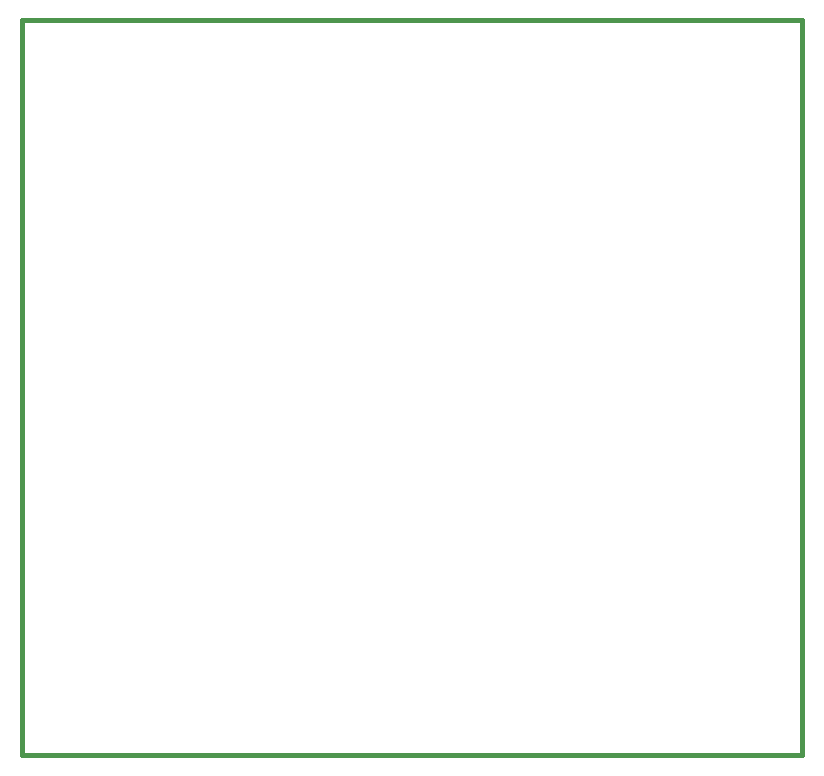
<source format=gbr>
G04 (created by PCBNEW-RS274X (2011-07-08)-stable) date Sun 02 Oct 2011 05:19:45 AM CEST*
G01*
G70*
G90*
%MOIN*%
G04 Gerber Fmt 3.4, Leading zero omitted, Abs format*
%FSLAX34Y34*%
G04 APERTURE LIST*
%ADD10C,0.006000*%
%ADD11C,0.015000*%
%ADD12R,0.060000X0.060000*%
%ADD13C,0.060000*%
%ADD14R,0.055000X0.055000*%
%ADD15C,0.055000*%
%ADD16O,0.070000X0.060000*%
G04 APERTURE END LIST*
G54D10*
G54D11*
X78500Y-35500D02*
X52500Y-35500D01*
X78500Y-11000D02*
X78500Y-35500D01*
X52500Y-11000D02*
X78500Y-11000D01*
X52500Y-35500D02*
X52500Y-11000D01*
%LPC*%
G54D12*
X66500Y-25750D03*
G54D13*
X66500Y-26750D03*
X65500Y-25750D03*
X65500Y-26750D03*
X64500Y-25750D03*
X64500Y-26750D03*
G54D12*
X66500Y-19250D03*
G54D13*
X66500Y-20250D03*
X65500Y-19250D03*
X65500Y-20250D03*
X64500Y-19250D03*
X64500Y-20250D03*
G54D14*
X67000Y-14000D03*
G54D15*
X66000Y-14000D03*
X65000Y-14000D03*
X64000Y-14000D03*
G54D14*
X74500Y-24750D03*
G54D15*
X74500Y-25750D03*
X74500Y-26750D03*
X74500Y-27750D03*
X74500Y-28750D03*
X74500Y-29750D03*
X74500Y-30750D03*
X74500Y-31750D03*
X74500Y-32750D03*
G54D14*
X74500Y-14000D03*
G54D15*
X74500Y-15000D03*
X74500Y-16000D03*
X74500Y-17000D03*
X74500Y-18000D03*
X74500Y-19000D03*
X74500Y-20000D03*
X74500Y-21000D03*
X74500Y-22000D03*
G54D14*
X61500Y-24750D03*
G54D15*
X61500Y-25750D03*
X61500Y-26750D03*
X61500Y-27750D03*
X61500Y-28750D03*
X61500Y-29750D03*
X61500Y-30750D03*
X61500Y-31750D03*
X61500Y-32750D03*
G54D14*
X61500Y-14000D03*
G54D15*
X61500Y-15000D03*
X61500Y-16000D03*
X61500Y-17000D03*
X61500Y-18000D03*
X61500Y-19000D03*
X61500Y-20000D03*
X61500Y-21000D03*
X61500Y-22000D03*
G54D14*
X77500Y-32000D03*
G54D15*
X77500Y-31000D03*
X77500Y-30000D03*
X77500Y-29000D03*
X77500Y-28000D03*
X77500Y-27000D03*
X77500Y-26000D03*
X77500Y-25000D03*
X77500Y-24000D03*
G54D14*
X77500Y-15000D03*
G54D15*
X77500Y-16000D03*
X77500Y-17000D03*
X77500Y-18000D03*
X77500Y-19000D03*
X77500Y-20000D03*
X77500Y-21000D03*
X77500Y-22000D03*
X77500Y-23000D03*
G54D14*
X53500Y-32000D03*
G54D15*
X53500Y-31000D03*
X53500Y-30000D03*
X53500Y-29000D03*
X53500Y-28000D03*
X53500Y-27000D03*
X53500Y-26000D03*
X53500Y-25000D03*
X53500Y-24000D03*
G54D14*
X53500Y-15000D03*
G54D15*
X53500Y-16000D03*
X53500Y-17000D03*
X53500Y-18000D03*
X53500Y-19000D03*
X53500Y-20000D03*
X53500Y-21000D03*
X53500Y-22000D03*
X53500Y-23000D03*
G54D16*
X56500Y-25000D03*
X56500Y-26000D03*
X56500Y-27000D03*
X56500Y-28000D03*
X56500Y-29000D03*
X56500Y-30000D03*
X56500Y-31000D03*
X56500Y-32000D03*
X59500Y-32000D03*
X59500Y-31000D03*
X59500Y-30000D03*
X59500Y-29000D03*
X59500Y-28000D03*
X59500Y-27000D03*
X59500Y-26000D03*
X59500Y-25000D03*
X69000Y-25000D03*
X69000Y-26000D03*
X69000Y-27000D03*
X69000Y-28000D03*
X69000Y-29000D03*
X69000Y-30000D03*
X69000Y-31000D03*
X69000Y-32000D03*
X72000Y-32000D03*
X72000Y-31000D03*
X72000Y-30000D03*
X72000Y-29000D03*
X72000Y-28000D03*
X72000Y-27000D03*
X72000Y-26000D03*
X72000Y-25000D03*
X69000Y-15000D03*
X69000Y-16000D03*
X69000Y-17000D03*
X69000Y-18000D03*
X69000Y-19000D03*
X69000Y-20000D03*
X69000Y-21000D03*
X69000Y-22000D03*
X72000Y-22000D03*
X72000Y-21000D03*
X72000Y-20000D03*
X72000Y-19000D03*
X72000Y-18000D03*
X72000Y-17000D03*
X72000Y-16000D03*
X72000Y-15000D03*
X56500Y-15000D03*
X56500Y-16000D03*
X56500Y-17000D03*
X56500Y-18000D03*
X56500Y-19000D03*
X56500Y-20000D03*
X56500Y-21000D03*
X56500Y-22000D03*
X59500Y-22000D03*
X59500Y-21000D03*
X59500Y-20000D03*
X59500Y-19000D03*
X59500Y-18000D03*
X59500Y-17000D03*
X59500Y-16000D03*
X59500Y-15000D03*
M02*

</source>
